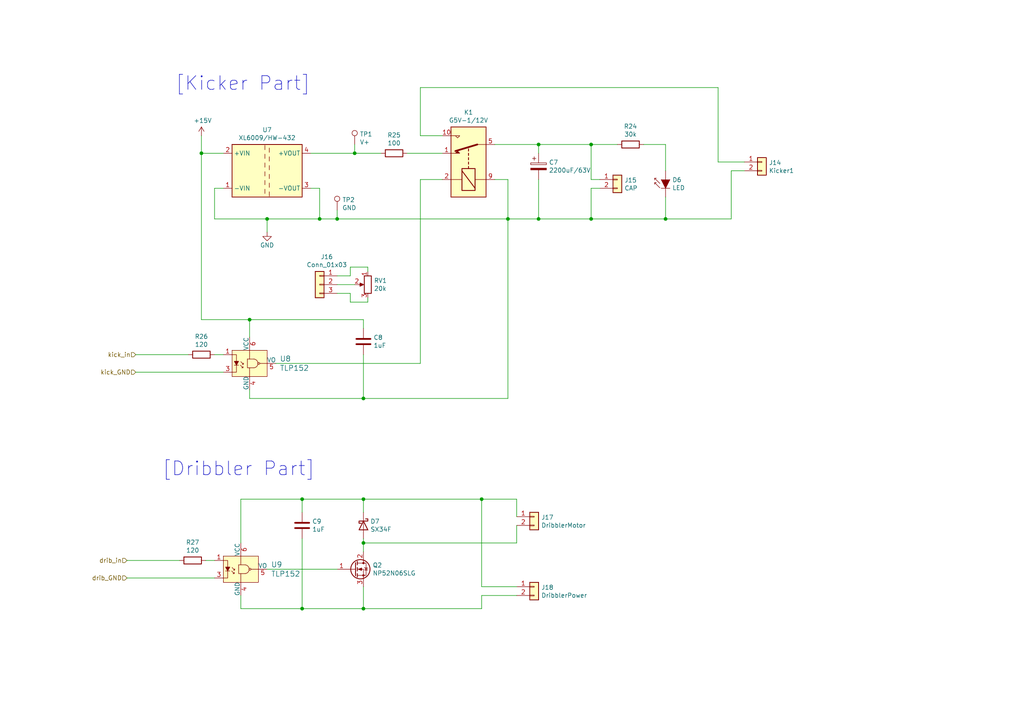
<source format=kicad_sch>
(kicad_sch (version 20211123) (generator eeschema)
  (paper "A4")
  (title_block (title "main board") (date "2021-11-07") (rev "V1.0"))
  (lib_symbols
    (symbol "1.Robot.prtty:LED" (pin_numbers hide) (pin_names (offset 1.016) hide)
      (property "Reference" "D" (at 0.508 1.778 0))
      (property "Value" "1.Robot.prtty_LED" (at -1.016 -2.794 0))
      (symbol "LED_0_1"
        (polyline (pts (xy -2.54 1.27) (xy -2.54 -1.27)) (stroke (width 0.1524)))
        (polyline (pts (xy 0.381 3.175) (xy -0.127 3.175)))
        (polyline (pts (xy -1.143 1.651) (xy 0.381 3.175) (xy 0.381 2.667)))
        (polyline (pts (xy 0 1.27) (xy -2.54 0) (xy 0 -1.27)) (fill (type outline)))
        (polyline (pts (xy -2.413 1.651) (xy -0.889 3.175) (xy -0.889 2.667) (xy -0.889 3.175) (xy -1.397 3.175)))
      )
      (symbol "LED_1_1"
        (pin passive line (at -5.08 0 0) (length 2.54) (name "K") (number "1"))
        (pin passive line (at 2.54 0 180) (length 2.54) (name "A") (number "2"))
      )
    )
    (symbol "1.Robot.prtty:TLP152" (pin_names (offset 0))
      (property "Reference" "U" (at -7.62 7.62 0))
      (property "Value" "1.Robot.prtty_TLP152" (at 2.54 -5.715 0))
      (symbol "TLP152_0_1"
        (rectangle (start -5.08 3.81) (end 5.08 -3.81) (fill (type background)))
        (polyline (pts (xy -4.445 -0.508) (xy -3.175 -0.508)))
        (polyline (pts (xy -1.905 -1.27) (xy -1.905 -0.889)))
        (polyline (pts (xy -1.778 -0.254) (xy -2.159 -0.254)))
        (polyline (pts (xy -0.635 1.27) (xy 1.27 1.27)))
        (polyline (pts (xy 0 -3.81) (xy 0 -1.27)))
        (polyline (pts (xy 0 3.81) (xy 0 1.27)))
        (polyline (pts (xy 2.921 0) (xy 5.08 0)))
        (polyline (pts (xy -5.08 -2.54) (xy -3.81 -2.54) (xy -3.81 -0.254)))
        (polyline (pts (xy -5.08 2.54) (xy -3.81 2.54) (xy -3.81 0.508)))
        (polyline (pts (xy -2.667 -0.508) (xy -1.905 -1.27) (xy -2.286 -1.27)))
        (polyline (pts (xy -2.54 0.508) (xy -1.778 -0.254) (xy -1.778 0.127)))
        (polyline (pts (xy -0.635 1.27) (xy -0.635 -1.27) (xy 1.27 -1.27)))
        (polyline (pts (xy -4.318 0.635) (xy -3.175 0.635) (xy -3.81 -0.508) (xy -4.445 0.635)) (fill (type outline)))
        (arc (start 1.27 -1.27) (mid 2.4193 0) (end 1.27 1.27))
        (circle (center 2.667 0) (radius 0.2794))
      )
      (symbol "TLP152_1_1"
        (pin passive line (at -7.62 2.54 0) (length 2.54) (name "~") (number "1"))
        (pin passive line (at -7.62 -2.54 0) (length 2.54) (name "~") (number "3"))
        (pin power_in line (at 0 -7.62 90) (length 3.81) (name "GND") (number "4"))
        (pin output line (at 7.62 0 180) (length 2.54) (name "VO") (number "5"))
        (pin power_in line (at 0 7.62 270) (length 3.81) (name "VCC") (number "6"))
      )
    )
    (symbol "Connector:TestPoint" (pin_numbers hide) (pin_names (offset 0.762) hide)
      (property "Reference" "TP" (at 0 6.858 0))
      (property "Value" "TestPoint" (at 0 5.08 0))
      (symbol "TestPoint_0_1"
        (circle (center 0 3.302) (radius 0.762))
      )
      (symbol "TestPoint_1_1"
        (pin passive line (at 0 0 90) (length 2.54) (name "1") (number "1"))
      )
    )
    (symbol "Connector_Generic:Conn_01x02" (pin_names (offset 1.016) hide)
      (property "Reference" "J" (at 0 2.54 0))
      (property "Value" "Conn_01x02" (at 0 -5.08 0))
      (symbol "Conn_01x02_1_1"
        (rectangle (start -1.27 -2.413) (end 0 -2.667) (stroke (width 0.1524)))
        (rectangle (start -1.27 0.127) (end 0 -0.127) (stroke (width 0.1524)))
        (rectangle (start -1.27 1.27) (end 1.27 -3.81) (stroke (width 0.254)) (fill (type background)))
        (pin passive line (at -5.08 0 0) (length 3.81) (name "Pin_1") (number "1"))
        (pin passive line (at -5.08 -2.54 0) (length 3.81) (name "Pin_2") (number "2"))
      )
    )
    (symbol "Connector_Generic:Conn_01x03" (pin_names (offset 1.016) hide)
      (property "Reference" "J" (at 0 5.08 0))
      (property "Value" "Conn_01x03" (at 0 -5.08 0))
      (symbol "Conn_01x03_1_1"
        (rectangle (start -1.27 -2.413) (end 0 -2.667) (stroke (width 0.1524)))
        (rectangle (start -1.27 0.127) (end 0 -0.127) (stroke (width 0.1524)))
        (rectangle (start -1.27 2.667) (end 0 2.413) (stroke (width 0.1524)))
        (rectangle (start -1.27 3.81) (end 1.27 -3.81) (stroke (width 0.254)) (fill (type background)))
        (pin passive line (at -5.08 2.54 0) (length 3.81) (name "Pin_1") (number "1"))
        (pin passive line (at -5.08 0 0) (length 3.81) (name "Pin_2") (number "2"))
        (pin passive line (at -5.08 -2.54 0) (length 3.81) (name "Pin_3") (number "3"))
      )
    )
    (symbol "Device:C" (pin_numbers hide) (pin_names (offset 0.254))
      (property "Reference" "C" (at 0.635 2.54 0))
      (property "Value" "C" (at 0.635 -2.54 0))
      (symbol "C_0_1"
        (polyline (pts (xy -2.032 -0.762) (xy 2.032 -0.762)) (stroke (width 0.508)))
        (polyline (pts (xy -2.032 0.762) (xy 2.032 0.762)) (stroke (width 0.508)))
      )
      (symbol "C_1_1"
        (pin passive line (at 0 3.81 270) (length 2.794) (name "~") (number "1"))
        (pin passive line (at 0 -3.81 90) (length 2.794) (name "~") (number "2"))
      )
    )
    (symbol "Device:CP" (pin_numbers hide) (pin_names (offset 0.254))
      (property "Reference" "C" (at 0.635 2.54 0))
      (property "Value" "Device_CP" (at 0.635 -2.54 0))
      (symbol "CP_0_1"
        (rectangle (start -2.286 0.508) (end 2.286 1.016))
        (polyline (pts (xy -1.778 2.286) (xy -0.762 2.286)))
        (polyline (pts (xy -1.27 2.794) (xy -1.27 1.778)))
        (rectangle (start 2.286 -0.508) (end -2.286 -1.016) (fill (type outline)))
      )
      (symbol "CP_1_1"
        (pin passive line (at 0 3.81 270) (length 2.794) (name "~") (number "1"))
        (pin passive line (at 0 -3.81 90) (length 2.794) (name "~") (number "2"))
      )
    )
    (symbol "Device:D_Schottky" (pin_numbers hide) (pin_names (offset 1.016) hide)
      (property "Reference" "D" (at 0 2.54 0))
      (property "Value" "D_Schottky" (at 0 -2.54 0))
      (symbol "D_Schottky_0_1"
        (polyline (pts (xy 1.27 0) (xy -1.27 0)))
        (polyline (pts (xy 1.27 1.27) (xy 1.27 -1.27) (xy -1.27 0) (xy 1.27 1.27)) (stroke (width 0.254)))
        (polyline (pts (xy -1.905 0.635) (xy -1.905 1.27) (xy -1.27 1.27) (xy -1.27 -1.27) (xy -0.635 -1.27) (xy -0.635 -0.635)) (stroke (width 0.254)))
      )
      (symbol "D_Schottky_1_1"
        (pin passive line (at -3.81 0 0) (length 2.54) (name "K") (number "1"))
        (pin passive line (at 3.81 0 180) (length 2.54) (name "A") (number "2"))
      )
    )
    (symbol "Device:R" (pin_numbers hide) (pin_names (offset 0))
      (property "Reference" "R" (at 2.032 0 90))
      (property "Value" "R" (at 0 0 90))
      (symbol "R_0_1"
        (rectangle (start -1.016 -2.54) (end 1.016 2.54) (stroke (width 0.254)))
      )
      (symbol "R_1_1"
        (pin passive line (at 0 3.81 270) (length 1.27) (name "~") (number "1"))
        (pin passive line (at 0 -3.81 90) (length 1.27) (name "~") (number "2"))
      )
    )
    (symbol "Device:R_POT" (pin_names (offset 1.016) hide)
      (property "Reference" "RV" (at -4.445 0 90))
      (property "Value" "Device_R_POT" (at -2.54 0 90))
      (symbol "R_POT_0_1"
        (polyline (pts (xy 2.54 0) (xy 1.524 0)))
        (polyline (pts (xy 1.143 0) (xy 2.286 0.508) (xy 2.286 -0.508) (xy 1.143 0)) (fill (type outline)))
        (rectangle (start 1.016 2.54) (end -1.016 -2.54) (stroke (width 0.254)))
      )
      (symbol "R_POT_1_1"
        (pin passive line (at 0 3.81 270) (length 1.27) (name "1") (number "1"))
        (pin passive line (at 3.81 0 180) (length 1.27) (name "2") (number "2"))
        (pin passive line (at 0 -3.81 90) (length 1.27) (name "3") (number "3"))
      )
    )
    (symbol "Kikker20200725-rescue:TLP157-Akizuki" (pin_names (offset 0))
      (property "Reference" "U" (at -7.62 7.62 0))
      (property "Value" "Kikker20200725-rescue_TLP157-Akizuki" (at 2.54 -5.715 0))
      (symbol "TLP157-Akizuki_0_1"
        (rectangle (start -5.08 3.81) (end 5.08 -3.81) (fill (type background)))
        (polyline (pts (xy -4.445 -0.508) (xy -3.175 -0.508)))
        (polyline (pts (xy -1.905 -1.27) (xy -1.905 -0.889)))
        (polyline (pts (xy -1.778 -0.254) (xy -2.159 -0.254)))
        (polyline (pts (xy -0.635 1.27) (xy 1.27 1.27)))
        (polyline (pts (xy 0 -3.81) (xy 0 -1.27)))
        (polyline (pts (xy 0 3.81) (xy 0 1.27)))
        (polyline (pts (xy 2.921 0) (xy 5.08 0)))
        (polyline (pts (xy -5.08 -2.54) (xy -3.81 -2.54) (xy -3.81 -0.254)))
        (polyline (pts (xy -5.08 2.54) (xy -3.81 2.54) (xy -3.81 0.508)))
        (polyline (pts (xy -2.667 -0.508) (xy -1.905 -1.27) (xy -2.286 -1.27)))
        (polyline (pts (xy -2.54 0.508) (xy -1.778 -0.254) (xy -1.778 0.127)))
        (polyline (pts (xy -0.635 1.27) (xy -0.635 -1.27) (xy 1.27 -1.27)))
        (polyline (pts (xy -4.318 0.635) (xy -3.175 0.635) (xy -3.81 -0.508) (xy -4.445 0.635)) (fill (type outline)))
        (arc (start 1.27 -1.27) (mid 2.4193 0) (end 1.27 1.27))
        (circle (center 2.667 0) (radius 0.2794))
      )
      (symbol "TLP157-Akizuki_1_1"
        (pin passive line (at -7.62 2.54 0) (length 2.54) (name "~") (number "1"))
        (pin passive line (at -7.62 -2.54 0) (length 2.54) (name "~") (number "3"))
        (pin power_in line (at 0 -7.62 90) (length 3.81) (name "GND") (number "4"))
        (pin output line (at 7.62 0 180) (length 2.54) (name "VO") (number "5"))
        (pin power_in line (at 0 7.62 270) (length 3.81) (name "VCC") (number "6"))
      )
    )
    (symbol "Regulator_Switching:CRE1S0305S3C"
      (property "Reference" "U" (at -8.89 8.89 0))
      (property "Value" "CRE1S0305S3C" (at 2.54 8.89 0))
      (symbol "CRE1S0305S3C_0_1"
        (rectangle (start -10.16 7.62) (end 10.16 -7.62) (stroke (width 0.254)) (fill (type background)))
        (polyline (pts (xy -0.635 -5.334) (xy -0.635 -6.604)))
        (polyline (pts (xy -0.635 -2.794) (xy -0.635 -4.064)))
        (polyline (pts (xy -0.635 -0.254) (xy -0.635 -1.524)))
        (polyline (pts (xy -0.635 2.286) (xy -0.635 1.016)))
        (polyline (pts (xy -0.635 4.826) (xy -0.635 3.556)))
        (polyline (pts (xy -0.635 7.366) (xy -0.635 6.096)))
        (polyline (pts (xy 0.635 -7.366) (xy 0.635 -6.096)))
        (polyline (pts (xy 0.635 -4.826) (xy 0.635 -3.556)))
        (polyline (pts (xy 0.635 -2.286) (xy 0.635 -1.016)))
        (polyline (pts (xy 0.635 0.254) (xy 0.635 1.524)))
        (polyline (pts (xy 0.635 2.794) (xy 0.635 4.064)))
        (polyline (pts (xy 0.635 5.334) (xy 0.635 6.604)))
      )
      (symbol "CRE1S0305S3C_1_1"
        (pin power_in line (at -12.7 -5.08 0) (length 2.54) (name "-VIN") (number "1"))
        (pin power_in line (at -12.7 5.08 0) (length 2.54) (name "+VIN") (number "2"))
        (pin power_out line (at 12.7 -5.08 180) (length 2.54) (name "-VOUT") (number "3"))
        (pin power_out line (at 12.7 5.08 180) (length 2.54) (name "+VOUT") (number "4"))
      )
    )
    (symbol "Relay:G5V-1"
      (property "Reference" "K" (at 11.43 3.81 0))
      (property "Value" "G5V-1" (at 11.43 1.27 0))
      (symbol "G5V-1_0_0"
        (polyline (pts (xy 7.62 5.08) (xy 7.62 2.54) (xy 6.985 3.175) (xy 7.62 3.81)))
      )
      (symbol "G5V-1_0_1"
        (rectangle (start -10.16 5.08) (end 10.16 -5.08) (stroke (width 0.254)) (fill (type background)))
        (rectangle (start -8.255 1.905) (end -1.905 -1.905) (stroke (width 0.254)))
        (polyline (pts (xy -7.62 -1.905) (xy -2.54 1.905)) (stroke (width 0.254)))
        (polyline (pts (xy -5.08 -5.08) (xy -5.08 -1.905)))
        (polyline (pts (xy -5.08 5.08) (xy -5.08 1.905)))
        (polyline (pts (xy -1.905 0) (xy -1.27 0)) (stroke (width 0.254)))
        (polyline (pts (xy -0.635 0) (xy 0 0)) (stroke (width 0.254)))
        (polyline (pts (xy 0.635 0) (xy 1.27 0)) (stroke (width 0.254)))
        (polyline (pts (xy 1.905 0) (xy 2.54 0)) (stroke (width 0.254)))
        (polyline (pts (xy 3.175 0) (xy 3.81 0)) (stroke (width 0.254)))
        (polyline (pts (xy 5.08 -2.54) (xy 3.175 3.81)) (stroke (width 0.508)))
        (polyline (pts (xy 5.08 -2.54) (xy 5.08 -5.08)))
        (polyline (pts (xy 2.54 5.08) (xy 2.54 2.54) (xy 3.175 3.175) (xy 2.54 3.81)) (fill (type outline)))
      )
      (symbol "G5V-1_1_1"
        (pin passive line (at 2.54 7.62 270) (length 2.54) (name "~") (number "1"))
        (pin passive line (at 7.62 7.62 270) (length 2.54) (name "~") (number "10"))
        (pin passive line (at -5.08 7.62 270) (length 2.54) (name "~") (number "2"))
        (pin passive line (at 5.08 -7.62 90) (length 2.54) (name "~") (number "5"))
        (pin passive line (at 5.08 -7.62 90) (length 2.54) hide (name "~") (number "6"))
        (pin passive line (at -5.08 -7.62 90) (length 2.54) (name "~") (number "9"))
      )
    )
    (symbol "Transistor_FET:NP52N06SLG" (pin_names hide)
      (property "Reference" "Q" (at 5.08 1.905 0))
      (property "Value" "Transistor_FET_NP52N06SLG" (at 5.08 0 0))
      (symbol "NP52N06SLG_0_1"
        (polyline (pts (xy 0.254 0) (xy -2.54 0)))
        (polyline (pts (xy 0.254 1.905) (xy 0.254 -1.905)) (stroke (width 0.254)))
        (polyline (pts (xy 0.762 -1.27) (xy 0.762 -2.286)) (stroke (width 0.254)))
        (polyline (pts (xy 0.762 0.508) (xy 0.762 -0.508)) (stroke (width 0.254)))
        (polyline (pts (xy 0.762 2.286) (xy 0.762 1.27)) (stroke (width 0.254)))
        (polyline (pts (xy 2.54 2.54) (xy 2.54 1.778)))
        (polyline (pts (xy 2.54 -2.54) (xy 2.54 0) (xy 0.762 0)))
        (polyline (pts (xy 0.762 -1.778) (xy 3.302 -1.778) (xy 3.302 1.778) (xy 0.762 1.778)))
        (polyline (pts (xy 1.016 0) (xy 2.032 0.381) (xy 2.032 -0.381) (xy 1.016 0)) (fill (type outline)))
        (polyline (pts (xy 2.794 0.508) (xy 2.921 0.381) (xy 3.683 0.381) (xy 3.81 0.254)))
        (polyline (pts (xy 3.302 0.381) (xy 2.921 -0.254) (xy 3.683 -0.254) (xy 3.302 0.381)))
        (circle (center 1.651 0) (radius 2.794) (stroke (width 0.254)))
        (circle (center 2.54 -1.778) (radius 0.254) (fill (type outline)))
        (circle (center 2.54 1.778) (radius 0.254) (fill (type outline)))
      )
      (symbol "NP52N06SLG_1_1"
        (pin input line (at -5.08 0 0) (length 2.54) (name "G") (number "1"))
        (pin passive line (at 2.54 5.08 270) (length 2.54) (name "D") (number "2"))
        (pin passive line (at 2.54 -5.08 90) (length 2.54) (name "S") (number "3"))
      )
    )
    (symbol "power:+15V" (power) (pin_names (offset 0))
      (property "Value" "+15V" (at 0 3.556 0))
      (symbol "+15V_0_1"
        (polyline (pts (xy -0.762 1.27) (xy 0 2.54)))
        (polyline (pts (xy 0 0) (xy 0 2.54)))
        (polyline (pts (xy 0 2.54) (xy 0.762 1.27)))
      )
      (symbol "+15V_1_1"
        (pin power_in line (at 0 0 90) (length 0) hide (name "+15V") (number "1"))
      )
    )
    (symbol "power:GND" (power) (pin_names (offset 0))
      (property "Value" "GND" (at 0 -3.81 0))
      (symbol "GND_0_1"
        (polyline (pts (xy 0 0) (xy 0 -1.27) (xy 1.27 -1.27) (xy 0 -2.54) (xy -1.27 -1.27) (xy 0 -1.27)))
      )
      (symbol "GND_1_1"
        (pin power_in line (at 0 0 270) (length 0) hide (name "GND") (number "1"))
      )
    )
  )
  (junction (at 156.21 63.5))
  (junction (at 171.45 63.5))
  (junction (at 193.04 63.5))
  (junction (at 139.7 144.78))
  (junction (at 87.63 144.78))
  (junction (at 72.39 92.71))
  (junction (at 105.41 176.53))
  (junction (at 105.41 144.78))
  (junction (at 147.32 63.5))
  (junction (at 156.21 41.91))
  (junction (at 87.63 176.53))
  (junction (at 92.71 63.5))
  (junction (at 105.41 157.48))
  (junction (at 77.47 63.5))
  (junction (at 97.79 63.5))
  (junction (at 58.42 44.45))
  (junction (at 102.87 44.45))
  (junction (at 171.45 41.91))
  (junction (at 105.41 115.57))
  (wire (pts (xy 59.69 162.56) (xy 62.23 162.56)))
  (wire (pts (xy 87.63 176.53) (xy 105.41 176.53)))
  (wire (pts (xy 121.92 39.37) (xy 121.92 25.4)))
  (wire (pts (xy 39.37 107.95) (xy 64.77 107.95)))
  (wire (pts (xy 87.63 144.78) (xy 87.63 148.59)))
  (wire (pts (xy 102.87 44.45) (xy 110.49 44.45)))
  (wire (pts (xy 101.6 77.47) (xy 106.68 77.47)))
  (wire (pts (xy 156.21 52.07) (xy 156.21 63.5)))
  (wire (pts (xy 102.87 41.91) (xy 102.87 44.45)))
  (wire (pts (xy 72.39 92.71) (xy 72.39 97.79)))
  (wire (pts (xy 87.63 144.78) (xy 105.41 144.78)))
  (wire (pts (xy 121.92 52.07) (xy 128.27 52.07)))
  (wire (pts (xy 121.92 25.4) (xy 208.28 25.4)))
  (wire (pts (xy 58.42 39.37) (xy 58.42 44.45)))
  (wire (pts (xy 62.23 102.87) (xy 64.77 102.87)))
  (wire (pts (xy 36.83 162.56) (xy 52.07 162.56)))
  (wire (pts (xy 72.39 115.57) (xy 105.41 115.57)))
  (wire (pts (xy 139.7 144.78) (xy 149.86 144.78)))
  (wire (pts (xy 69.85 172.72) (xy 69.85 176.53)))
  (wire (pts (xy 97.79 80.01) (xy 101.6 80.01)))
  (wire (pts (xy 106.68 87.63) (xy 106.68 86.36)))
  (wire (pts (xy 92.71 63.5) (xy 92.71 54.61)))
  (wire (pts (xy 139.7 172.72) (xy 139.7 176.53)))
  (wire (pts (xy 97.79 60.96) (xy 97.79 63.5)))
  (wire (pts (xy 156.21 41.91) (xy 156.21 44.45)))
  (wire (pts (xy 149.86 172.72) (xy 139.7 172.72)))
  (wire (pts (xy 171.45 63.5) (xy 193.04 63.5)))
  (wire (pts (xy 72.39 92.71) (xy 105.41 92.71)))
  (wire (pts (xy 69.85 144.78) (xy 87.63 144.78)))
  (wire (pts (xy 186.69 41.91) (xy 193.04 41.91)))
  (wire (pts (xy 58.42 44.45) (xy 64.77 44.45)))
  (wire (pts (xy 72.39 113.03) (xy 72.39 115.57)))
  (wire (pts (xy 77.47 63.5) (xy 77.47 67.31)))
  (wire (pts (xy 171.45 41.91) (xy 171.45 52.07)))
  (wire (pts (xy 92.71 63.5) (xy 97.79 63.5)))
  (wire (pts (xy 193.04 63.5) (xy 212.09 63.5)))
  (wire (pts (xy 212.09 49.53) (xy 212.09 63.5)))
  (wire (pts (xy 149.86 152.4) (xy 149.86 157.48)))
  (wire (pts (xy 105.41 157.48) (xy 105.41 156.21)))
  (wire (pts (xy 171.45 41.91) (xy 179.07 41.91)))
  (wire (pts (xy 62.23 63.5) (xy 77.47 63.5)))
  (wire (pts (xy 58.42 44.45) (xy 58.42 92.71)))
  (wire (pts (xy 101.6 80.01) (xy 101.6 77.47)))
  (wire (pts (xy 69.85 157.48) (xy 69.85 144.78)))
  (wire (pts (xy 105.41 160.02) (xy 105.41 157.48)))
  (wire (pts (xy 171.45 54.61) (xy 171.45 63.5)))
  (wire (pts (xy 147.32 63.5) (xy 156.21 63.5)))
  (wire (pts (xy 77.47 63.5) (xy 92.71 63.5)))
  (wire (pts (xy 121.92 52.07) (xy 121.92 105.41)))
  (wire (pts (xy 90.17 44.45) (xy 102.87 44.45)))
  (wire (pts (xy 149.86 170.18) (xy 139.7 170.18)))
  (wire (pts (xy 105.41 157.48) (xy 149.86 157.48)))
  (wire (pts (xy 208.28 46.99) (xy 215.9 46.99)))
  (wire (pts (xy 106.68 77.47) (xy 106.68 78.74)))
  (wire (pts (xy 149.86 144.78) (xy 149.86 149.86)))
  (wire (pts (xy 97.79 85.09) (xy 101.6 85.09)))
  (wire (pts (xy 208.28 25.4) (xy 208.28 46.99)))
  (wire (pts (xy 58.42 92.71) (xy 72.39 92.71)))
  (wire (pts (xy 147.32 63.5) (xy 147.32 52.07)))
  (wire (pts (xy 105.41 102.87) (xy 105.41 115.57)))
  (wire (pts (xy 193.04 41.91) (xy 193.04 49.53)))
  (wire (pts (xy 87.63 156.21) (xy 87.63 176.53)))
  (wire (pts (xy 147.32 63.5) (xy 147.32 115.57)))
  (wire (pts (xy 97.79 82.55) (xy 102.87 82.55)))
  (wire (pts (xy 128.27 39.37) (xy 121.92 39.37)))
  (wire (pts (xy 92.71 54.61) (xy 90.17 54.61)))
  (wire (pts (xy 173.99 54.61) (xy 171.45 54.61)))
  (wire (pts (xy 215.9 49.53) (xy 212.09 49.53)))
  (wire (pts (xy 171.45 52.07) (xy 173.99 52.07)))
  (wire (pts (xy 105.41 92.71) (xy 105.41 95.25)))
  (wire (pts (xy 36.83 167.64) (xy 62.23 167.64)))
  (wire (pts (xy 62.23 54.61) (xy 62.23 63.5)))
  (wire (pts (xy 139.7 176.53) (xy 105.41 176.53)))
  (wire (pts (xy 69.85 176.53) (xy 87.63 176.53)))
  (wire (pts (xy 80.01 105.41) (xy 121.92 105.41)))
  (wire (pts (xy 77.47 165.1) (xy 97.79 165.1)))
  (wire (pts (xy 64.77 54.61) (xy 62.23 54.61)))
  (wire (pts (xy 105.41 144.78) (xy 139.7 144.78)))
  (wire (pts (xy 118.11 44.45) (xy 128.27 44.45)))
  (wire (pts (xy 156.21 41.91) (xy 171.45 41.91)))
  (wire (pts (xy 105.41 115.57) (xy 147.32 115.57)))
  (wire (pts (xy 156.21 63.5) (xy 171.45 63.5)))
  (wire (pts (xy 143.51 41.91) (xy 156.21 41.91)))
  (wire (pts (xy 105.41 176.53) (xy 105.41 170.18)))
  (wire (pts (xy 193.04 57.15) (xy 193.04 63.5)))
  (wire (pts (xy 101.6 85.09) (xy 101.6 87.63)))
  (wire (pts (xy 139.7 170.18) (xy 139.7 144.78)))
  (wire (pts (xy 39.37 102.87) (xy 54.61 102.87)))
  (wire (pts (xy 105.41 148.59) (xy 105.41 144.78)))
  (wire (pts (xy 97.79 63.5) (xy 147.32 63.5)))
  (wire (pts (xy 101.6 87.63) (xy 106.68 87.63)))
  (wire (pts (xy 147.32 52.07) (xy 143.51 52.07)))
  (text "[Dribbler Part]" (at 46.99 138.43 0) (effects (font (size 3.9878 3.9878)) (justify left bottom)))
  (text "[Kicker Part]" (at 50.8 26.67 0) (effects (font (size 3.9878 3.9878)) (justify left bottom)))
  (hierarchical_label "kick_in" (shape input) (at 39.37 102.87 180))
  (hierarchical_label "drib_GND" (shape input) (at 36.83 167.64 180))
  (hierarchical_label "drib_in" (shape input) (at 36.83 162.56 180))
  (hierarchical_label "kick_GND" (shape input) (at 39.37 107.95 180))
  (symbol (lib_id "Kikker20200725-rescue:TLP157-Akizuki") (at 72.39 105.41 0) (unit 1)
    (property "Reference" "U8" (at 81.1276 104.0638 0) (effects (font (size 1.524 1.524)) (justify left)))
    (property "Value" "TLP152" (at 81.1276 106.7562 0) (effects (font (size 1.524 1.524)) (justify left)))
    (property "Footprint" "0.main.robot:TLP152" (effects hide))
  )
  (symbol (lib_id "Device:R") (at 58.42 102.87 270) (unit 1)
    (property "Reference" "R26" (at 58.42 97.6122 90))
    (property "Value" "120" (at 58.42 99.9236 90))
    (property "Footprint" "Resistor_SMD:R_0603_1608Metric_Pad1.05x0.95mm_HandSolder" (effects hide))
  )
  (symbol (lib_id "Device:R") (at 114.3 44.45 270) (unit 1)
    (property "Reference" "R25" (at 114.3 39.1922 90))
    (property "Value" "100" (at 114.3 41.5036 90))
    (property "Footprint" "Resistor_THT:R_Axial_DIN0411_L9.9mm_D3.6mm_P20.32mm_Horizontal" (effects hide))
  )
  (symbol (lib_id "Relay:G5V-1") (at 135.89 46.99 90) (unit 1)
    (property "Reference" "K1" (at 135.89 32.5882 90))
    (property "Value" "G5V-1/12V" (at 135.89 34.8996 90))
    (property "Footprint" "Relay_THT:Relay_SPDT_Omron_G5V-1" (effects hide))
    (property "Datasheet" "http://omronfs.omron.com/en_US/ecb/products/pdf/en-g5v_1.pdf" (effects hide))
  )
  (symbol (lib_id "Device:CP") (at 156.21 48.26 0) (unit 1)
    (property "Reference" "C7" (at 159.2072 47.0916 0) (effects (justify left)))
    (property "Value" "2200uF/63V" (at 159.2072 49.403 0) (effects (justify left)))
    (property "Footprint" "Capacitor_THT:CP_Radial_D16.0mm_P7.50mm" (effects hide))
  )
  (symbol (lib_id "power:GND") (at 77.47 67.31 0)
    (property "Reference" "#PWR032" (effects hide))
    (property "Value" "GND" (at 77.47 71.12 0))
  )
  (symbol (lib_id "Connector:TestPoint") (at 102.87 41.91 0) (unit 1)
    (property "Reference" "TP1" (at 104.3432 38.9128 0) (effects (justify left)))
    (property "Value" "V+" (at 104.3432 41.2242 0) (effects (justify left)))
    (property "Footprint" "TestPoint:TestPoint_Loop_D2.60mm_Drill0.9mm_Beaded" (effects hide))
  )
  (symbol (lib_id "Connector_Generic:Conn_01x03") (at 92.71 82.55 0) (mirror y) (unit 1)
    (property "Reference" "J16" (at 94.7928 74.4982 0))
    (property "Value" "Conn_01x03" (at 94.7928 76.8096 0))
    (property "Footprint" "Connector_PinHeader_2.54mm:PinHeader_1x03_P2.54mm_Vertical" (effects hide))
  )
  (symbol (lib_id "Connector:TestPoint") (at 97.79 60.96 0) (unit 1)
    (property "Reference" "TP2" (at 99.2632 57.9628 0) (effects (justify left)))
    (property "Value" "GND" (at 99.2632 60.2742 0) (effects (justify left)))
    (property "Footprint" "TestPoint:TestPoint_Loop_D2.60mm_Drill0.9mm_Beaded" (effects hide))
  )
  (symbol (lib_id "Device:R_POT") (at 106.68 82.55 0) (mirror y) (unit 1)
    (property "Reference" "RV1" (at 108.458 81.3816 0) (effects (justify right)))
    (property "Value" "20k" (at 108.458 83.693 0) (effects (justify right)))
    (property "Footprint" "0.main.robot:Trim-GF063X" (effects hide))
  )
  (symbol (lib_id "Connector_Generic:Conn_01x02") (at 220.98 46.99 0) (unit 1)
    (property "Reference" "J14" (at 223.012 47.1932 0) (effects (justify left)))
    (property "Value" "Kicker1" (at 223.012 49.5046 0) (effects (justify left)))
    (property "Footprint" "Connector_JST:JST_XH_B2B-XH-A_1x02_P2.50mm_Vertical" (effects hide))
  )
  (symbol (lib_id "Device:R") (at 182.88 41.91 90) (unit 1)
    (property "Reference" "R24" (at 182.88 36.6522 90))
    (property "Value" "30k" (at 182.88 38.9636 90))
    (property "Footprint" "Resistor_THT:R_Axial_DIN0204_L3.6mm_D1.6mm_P5.08mm_Horizontal" (effects hide))
  )
  (symbol (lib_id "1.Robot.prtty:LED") (at 193.04 52.07 90) (unit 1)
    (property "Reference" "D6" (at 194.9958 52.1716 90) (effects (justify right)))
    (property "Value" "LED" (at 194.9958 54.483 90) (effects (justify right)))
    (property "Footprint" "LED_SMD:LED_0603_1608Metric_Pad1.05x0.95mm_HandSolder" (effects hide))
  )
  (symbol (lib_id "Device:C") (at 105.41 99.06 0) (unit 1)
    (property "Reference" "C8" (at 108.331 97.8916 0) (effects (justify left)))
    (property "Value" "1uF" (at 108.331 100.203 0) (effects (justify left)))
    (property "Footprint" "Capacitor_SMD:C_0603_1608Metric_Pad1.05x0.95mm_HandSolder" (effects hide))
  )
  (symbol (lib_id "power:+15V") (at 58.42 39.37 0) (unit 1)
    (property "Reference" "#PWR031" (effects hide))
    (property "Value" "+15V" (at 58.801 34.9758 0))
  )
  (symbol (lib_id "Regulator_Switching:CRE1S0305S3C") (at 77.47 49.53 0) (unit 1)
    (property "Reference" "U7" (at 77.47 37.6682 0))
    (property "Value" "XL6009/HW-432" (at 77.47 39.9796 0))
    (property "Footprint" "0.main.robot:XL6009_HW432" (effects hide))
    (property "Datasheet" "http://power.murata.com/datasheet?/data/power/ncl/kdc_cre1.pdf" (effects hide))
  )
  (symbol (lib_id "Device:D_Schottky") (at 105.41 152.4 270)
    (property "Reference" "D7" (at 107.4166 151.2316 90) (effects (justify left)))
    (property "Value" "SX34F" (at 107.4166 153.543 90) (effects (justify left)))
    (property "Footprint" "Diode_SMD:D_SMA" (effects hide))
  )
  (symbol (lib_id "Connector_Generic:Conn_01x02") (at 154.94 149.86 0)
    (property "Reference" "J17" (at 156.972 150.0632 0) (effects (justify left)))
    (property "Value" "DribblerMotor" (at 156.972 152.3746 0) (effects (justify left)))
    (property "Footprint" "Connector_JST:JST_XH_B2B-XH-A_1x02_P2.50mm_Vertical" (effects hide))
  )
  (symbol (lib_id "Device:R") (at 55.88 162.56 270)
    (property "Reference" "R27" (at 55.88 157.3022 90))
    (property "Value" "120" (at 55.88 159.6136 90))
    (property "Footprint" "Resistor_SMD:R_0603_1608Metric_Pad1.05x0.95mm_HandSolder" (effects hide))
  )
  (symbol (lib_id "Device:C") (at 87.63 152.4 0)
    (property "Reference" "C9" (at 90.551 151.2316 0) (effects (justify left)))
    (property "Value" "1uF" (at 90.551 153.543 0) (effects (justify left)))
    (property "Footprint" "Capacitor_SMD:C_0603_1608Metric_Pad1.05x0.95mm_HandSolder" (effects hide))
  )
  (symbol (lib_id "1.Robot.prtty:TLP152") (at 69.85 165.1 0)
    (property "Reference" "U9" (at 78.5876 163.7538 0) (effects (font (size 1.524 1.524)) (justify left)))
    (property "Value" "TLP152" (at 78.5876 166.4462 0) (effects (font (size 1.524 1.524)) (justify left)))
    (property "Footprint" "0.main.robot:TLP152" (effects hide))
  )
  (symbol (lib_id "Connector_Generic:Conn_01x02") (at 154.94 170.18 0)
    (property "Reference" "J18" (at 156.972 170.3832 0) (effects (justify left)))
    (property "Value" "DribblerPower" (at 156.972 172.6946 0) (effects (justify left)))
    (property "Footprint" "Connector_JST:JST_XH_B2B-XH-A_1x02_P2.50mm_Vertical" (effects hide))
  )
  (symbol (lib_id "Transistor_FET:NP52N06SLG") (at 102.87 165.1 0) (unit 1)
    (property "Reference" "Q2" (at 108.077 163.9316 0) (effects (justify left)))
    (property "Value" "NP52N06SLG" (at 108.077 166.243 0) (effects (justify left)))
    (property "Footprint" "Package_TO_SOT_SMD:TO-252-2" (effects hide))
    (property "Datasheet" "https://www.infineon.com/dgdl/Infineon-IPD50R380CE-DS-v02_01-en.pdf?fileId=db3a30433ecb86d4013ed0a2ef580f38" (effects hide))
  )
  (symbol (lib_id "Connector_Generic:Conn_01x02") (at 179.07 52.07 0)
    (property "Reference" "J15" (at 181.102 52.2732 0) (effects (justify left)))
    (property "Value" "CAP" (at 181.102 54.5846 0) (effects (justify left)))
    (property "Footprint" "Connector_JST:JST_XH_B2B-XH-A_1x02_P2.50mm_Vertical" (effects hide))
  )
)
</source>
